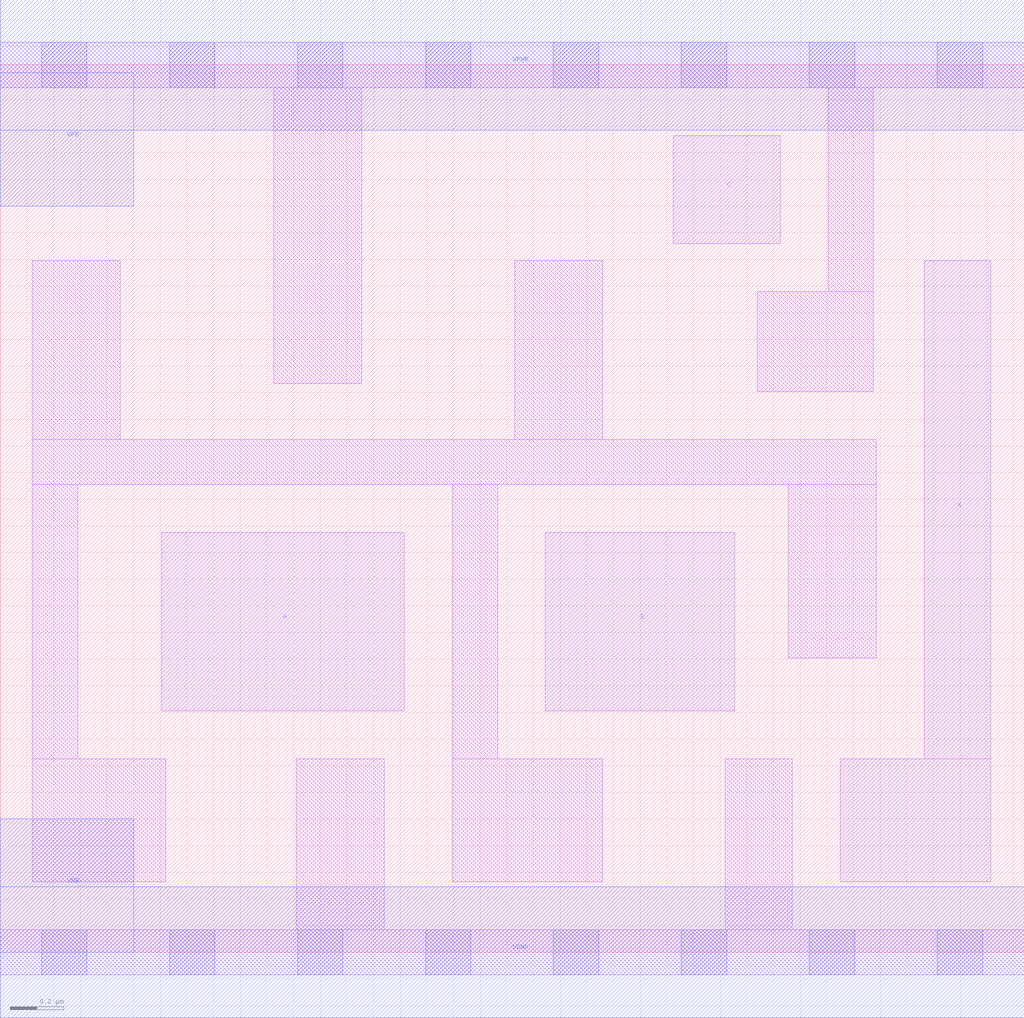
<source format=lef>
# Copyright 2020 The SkyWater PDK Authors
#
# Licensed under the Apache License, Version 2.0 (the "License");
# you may not use this file except in compliance with the License.
# You may obtain a copy of the License at
#
#     https://www.apache.org/licenses/LICENSE-2.0
#
# Unless required by applicable law or agreed to in writing, software
# distributed under the License is distributed on an "AS IS" BASIS,
# WITHOUT WARRANTIES OR CONDITIONS OF ANY KIND, either express or implied.
# See the License for the specific language governing permissions and
# limitations under the License.
#
# SPDX-License-Identifier: Apache-2.0

VERSION 5.5 ;
NAMESCASESENSITIVE ON ;
BUSBITCHARS "[]" ;
DIVIDERCHAR "/" ;
MACRO sky130_fd_sc_lp__maj3_0
  CLASS CORE ;
  SOURCE USER ;
  ORIGIN  0.000000  0.000000 ;
  SIZE  3.840000 BY  3.330000 ;
  SYMMETRY X Y R90 ;
  SITE unit ;
  PIN A
    ANTENNAGATEAREA  0.252000 ;
    DIRECTION INPUT ;
    USE SIGNAL ;
    PORT
      LAYER li1 ;
        RECT 0.605000 0.905000 1.515000 1.575000 ;
    END
  END A
  PIN B
    ANTENNAGATEAREA  0.252000 ;
    DIRECTION INPUT ;
    USE SIGNAL ;
    PORT
      LAYER li1 ;
        RECT 2.045000 0.905000 2.755000 1.575000 ;
    END
  END B
  PIN C
    ANTENNAGATEAREA  0.252000 ;
    DIRECTION INPUT ;
    USE SIGNAL ;
    PORT
      LAYER li1 ;
        RECT 2.525000 2.660000 2.925000 3.065000 ;
    END
  END C
  PIN X
    ANTENNADIFFAREA  0.375700 ;
    DIRECTION OUTPUT ;
    USE SIGNAL ;
    PORT
      LAYER li1 ;
        RECT 3.150000 0.265000 3.715000 0.725000 ;
        RECT 3.465000 0.725000 3.715000 2.595000 ;
    END
  END X
  PIN VGND
    DIRECTION INOUT ;
    USE GROUND ;
    PORT
      LAYER met1 ;
        RECT 0.000000 -0.245000 3.840000 0.245000 ;
    END
  END VGND
  PIN VNB
    DIRECTION INOUT ;
    USE GROUND ;
    PORT
    END
  END VNB
  PIN VPB
    DIRECTION INOUT ;
    USE POWER ;
    PORT
    END
  END VPB
  PIN VNB
    DIRECTION INOUT ;
    USE GROUND ;
    PORT
      LAYER met1 ;
        RECT 0.000000 0.000000 0.500000 0.500000 ;
    END
  END VNB
  PIN VPB
    DIRECTION INOUT ;
    USE POWER ;
    PORT
      LAYER met1 ;
        RECT 0.000000 2.800000 0.500000 3.300000 ;
    END
  END VPB
  PIN VPWR
    DIRECTION INOUT ;
    USE POWER ;
    PORT
      LAYER met1 ;
        RECT 0.000000 3.085000 3.840000 3.575000 ;
    END
  END VPWR
  OBS
    LAYER li1 ;
      RECT 0.000000 -0.085000 3.840000 0.085000 ;
      RECT 0.000000  3.245000 3.840000 3.415000 ;
      RECT 0.120000  0.265000 0.620000 0.725000 ;
      RECT 0.120000  0.725000 0.290000 1.755000 ;
      RECT 0.120000  1.755000 3.285000 1.925000 ;
      RECT 0.120000  1.925000 0.450000 2.595000 ;
      RECT 1.025000  2.135000 1.355000 3.245000 ;
      RECT 1.110000  0.085000 1.440000 0.725000 ;
      RECT 1.695000  0.265000 2.260000 0.725000 ;
      RECT 1.695000  0.725000 1.865000 1.755000 ;
      RECT 1.930000  1.925000 2.260000 2.595000 ;
      RECT 2.720000  0.085000 2.970000 0.725000 ;
      RECT 2.840000  2.105000 3.275000 2.480000 ;
      RECT 2.955000  1.105000 3.285000 1.755000 ;
      RECT 3.105000  2.480000 3.275000 3.245000 ;
    LAYER mcon ;
      RECT 0.155000 -0.085000 0.325000 0.085000 ;
      RECT 0.155000  3.245000 0.325000 3.415000 ;
      RECT 0.635000 -0.085000 0.805000 0.085000 ;
      RECT 0.635000  3.245000 0.805000 3.415000 ;
      RECT 1.115000 -0.085000 1.285000 0.085000 ;
      RECT 1.115000  3.245000 1.285000 3.415000 ;
      RECT 1.595000 -0.085000 1.765000 0.085000 ;
      RECT 1.595000  3.245000 1.765000 3.415000 ;
      RECT 2.075000 -0.085000 2.245000 0.085000 ;
      RECT 2.075000  3.245000 2.245000 3.415000 ;
      RECT 2.555000 -0.085000 2.725000 0.085000 ;
      RECT 2.555000  3.245000 2.725000 3.415000 ;
      RECT 3.035000 -0.085000 3.205000 0.085000 ;
      RECT 3.035000  3.245000 3.205000 3.415000 ;
      RECT 3.515000 -0.085000 3.685000 0.085000 ;
      RECT 3.515000  3.245000 3.685000 3.415000 ;
  END
END sky130_fd_sc_lp__maj3_0
END LIBRARY

</source>
